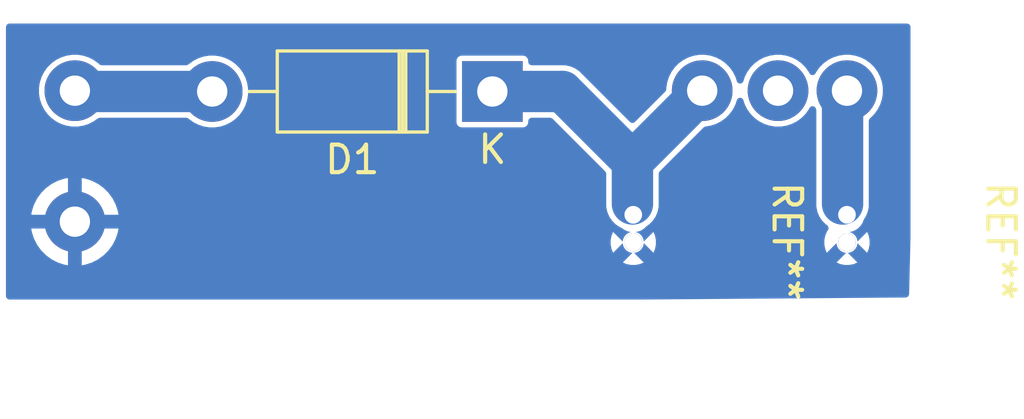
<source format=kicad_pcb>
(kicad_pcb (version 20241229) (generator "pcbnew") (generator_version "9.0")
  (layers (0 "F.Cu" signal) (2 "B.Cu" signal) (13 "F.Paste" user) (15 "B.Paste" user) (5 "F.SilkS" user "F.Silkscreen") (7 "B.SilkS" user "B.Silkscreen") (1 "F.Mask" user) (3 "B.Mask" user) (25 "Edge.Cuts" user))
  (net 0 "")
  (net 1 "Net-(D1-Pad1)")
  (net 2 "+9V")
  (net 3 "GND")
  (net 4 "salida")
  (footprint "" (layer "F.Cu") (at 25.5 22.5)
    (property "Reference" "" (at 0 0 0) (layer "F.SilkS") (effects (font (size 1.27 1.27))))
    (property "Value" "")
    (pad "e" thru_hole oval (at 0 0 180) (size 2.2 2.2) (drill 1.1) (layers "*.Cu" "*.Mask") (net 3 "GND"))
  )
  (footprint "" (layer "F.Cu") (at 25.5 17.75)
    (property "Reference" "" (at 0 0 0) (layer "F.SilkS") (effects (font (size 1.27 1.27))))
    (property "Value" "")
    (pad "2" thru_hole oval (at 0 0 180) (size 2.2 2.2) (drill 1.1) (layers "*.Cu" "*.Mask") (net 2 "+9V"))
  )
  (footprint "" (layer "F.Cu") (at 48.25 17.75)
    (property "Reference" "" (at 0 0 0) (layer "F.SilkS") (effects (font (size 1.27 1.27))))
    (property "Value" "")
    (pad "2" thru_hole oval (at 0 0 180) (size 2.2 2.2) (drill 1.1) (layers "*.Cu" "*.Mask") (net 1 "Net-(D1-Pad1)"))
  )
  (footprint "Capacitor_100uF_25V:Capacitor100uuF" (layer "F.Cu") (at 58.58 23.21 -90)
    (property "Reference" "REF**" (at 0 -0.5 270) (layer "F.SilkS"))
    (property "Value" "Capacitor100uuF")
    (pad "1" thru_hole circle (at -0.96 5.08 270) (size 0.64 0.64) (drill 0.762) (layers "*.Cu" "*.Mask"))
    (pad "2" thru_hole circle (at 0.04 5.08 270) (size 0.64 0.64) (drill 0.762) (layers "*.Cu" "*.Mask") (net 3 "GND"))
  )
  (footprint "Diode_THT:D_DO-41_SOD81_P10.16mm_Horizontal" (layer "F.Cu") (at 40.64 17.78 180)
    (property "Reference" "D1" (at 5.08 -2.47 0) (layer "F.SilkS"))
    (property "Value" "1N4004")
    (fp_line (start 8.82 0) (end 7.8 0) (stroke (width 0.12)) (layer "F.SilkS"))
    (fp_line (start 7.8 1.47) (end 7.8 -1.47) (stroke (width 0.12)) (layer "F.SilkS"))
    (fp_line (start 7.8 -1.47) (end 2.36 -1.47) (stroke (width 0.12)) (layer "F.SilkS"))
    (fp_line (start 3.38 -1.47) (end 3.38 1.47) (stroke (width 0.12)) (layer "F.SilkS"))
    (fp_line (start 3.26 -1.47) (end 3.26 1.47) (stroke (width 0.12)) (layer "F.SilkS"))
    (fp_line (start 3.14 -1.47) (end 3.14 1.47) (stroke (width 0.12)) (layer "F.SilkS"))
    (fp_line (start 2.36 1.47) (end 7.8 1.47) (stroke (width 0.12)) (layer "F.SilkS"))
    (fp_line (start 2.36 -1.47) (end 2.36 1.47) (stroke (width 0.12)) (layer "F.SilkS"))
    (fp_line (start 1.34 0) (end 2.36 0) (stroke (width 0.12)) (layer "F.SilkS"))
    (fp_text user "K" (at 0 -2.1 0) (layer "F.SilkS"))
    (pad "1" thru_hole rect (at 0 0 180) (size 2.2 2.2) (drill 1.1) (layers "*.Cu" "*.Mask") (net 1 "Net-(D1-Pad1)"))
    (pad "2" thru_hole oval (at 10.16 0 180) (size 2.2 2.2) (drill 1.1) (layers "*.Cu" "*.Mask") (net 2 "+9V"))
  )
  (footprint "" (layer "F.Cu") (at 53.5 17.75)
    (property "Reference" "" (at 0 0 0) (layer "F.SilkS") (effects (font (size 1.27 1.27))))
    (property "Value" "")
    (pad "2" thru_hole oval (at 0 0 180) (size 2.2 2.2) (drill 1.1) (layers "*.Cu" "*.Mask") (net 4 "salida"))
  )
  (footprint "" (layer "F.Cu") (at 51 17.75)
    (property "Reference" "" (at 0 0 0) (layer "F.SilkS") (effects (font (size 1.27 1.27))))
    (property "Value" "")
    (pad "2" thru_hole oval (at 0 0 180) (size 2.2 2.2) (drill 1.1) (layers "*.Cu" "*.Mask") (net 4 "salida"))
  )
  (footprint "Capacitor_100uF_25V:Capacitor100uuF" (layer "F.Cu") (at 50.83 23.21 -90)
    (property "Reference" "REF**" (at 0 -0.5 270) (layer "F.SilkS"))
    (property "Value" "Capacitor100uuF")
    (pad "1" thru_hole circle (at -0.96 5.08 270) (size 0.64 0.64) (drill 0.762) (layers "*.Cu" "*.Mask"))
    (pad "2" thru_hole circle (at 0.04 5.08 270) (size 0.64 0.64) (drill 0.762) (layers "*.Cu" "*.Mask") (net 3 "GND"))
  )
  (segment (start 45.72 20.32) (end 48.26 17.78) (width 1.5) (layer "B.Cu") (net 1))
  (segment (start 43.18 17.78) (end 40.64 17.78) (width 1.5) (layer "B.Cu") (net 1))
  (segment (start 45.72 20.32) (end 43.18 17.78) (width 1.5) (layer "B.Cu") (net 1))
  (segment (start 45.72 21.86) (end 45.72 20.32) (width 1.5) (layer "B.Cu") (net 1))
  (segment (start 25.4 17.78) (end 30.48 17.78) (width 1.5) (layer "B.Cu") (net 2))
  (segment (start 53.34 21.86) (end 53.34 17.78) (width 1.5) (layer "B.Cu") (net 4))
  (zone (net 3) (net_name "GND") (layer "B.Cu") (connect_pads (clearance 0)) (min_thickness 0.25) (fill yes (thermal_gap 0.5) (thermal_bridge_width 0.5))
    (polygon (pts (xy 23 15.25) (xy 23 25.5) (xy 55.75 25.25) (xy 56 15.25)))
  )
)
</source>
